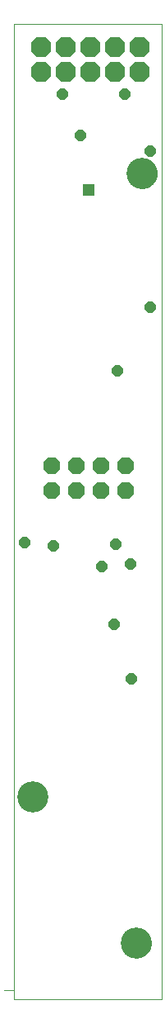
<source format=gts>
G75*
%MOIN*%
%OFA0B0*%
%FSLAX25Y25*%
%IPPOS*%
%LPD*%
%AMOC8*
5,1,8,0,0,1.08239X$1,22.5*
%
%ADD10C,0.00000*%
%ADD11C,0.12611*%
%ADD12OC8,0.08200*%
%ADD13OC8,0.06800*%
%ADD14R,0.04762X0.04762*%
%ADD15OC8,0.04369*%
D10*
X0065737Y0017548D02*
X0069674Y0017548D01*
X0069713Y0013611D02*
X0069713Y0407312D01*
X0129713Y0407312D01*
X0129713Y0013611D01*
X0069713Y0013611D01*
X0071485Y0095501D02*
X0071487Y0095654D01*
X0071493Y0095808D01*
X0071503Y0095961D01*
X0071517Y0096113D01*
X0071535Y0096266D01*
X0071557Y0096417D01*
X0071582Y0096568D01*
X0071612Y0096719D01*
X0071646Y0096869D01*
X0071683Y0097017D01*
X0071724Y0097165D01*
X0071769Y0097311D01*
X0071818Y0097457D01*
X0071871Y0097601D01*
X0071927Y0097743D01*
X0071987Y0097884D01*
X0072051Y0098024D01*
X0072118Y0098162D01*
X0072189Y0098298D01*
X0072264Y0098432D01*
X0072341Y0098564D01*
X0072423Y0098694D01*
X0072507Y0098822D01*
X0072595Y0098948D01*
X0072686Y0099071D01*
X0072780Y0099192D01*
X0072878Y0099310D01*
X0072978Y0099426D01*
X0073082Y0099539D01*
X0073188Y0099650D01*
X0073297Y0099758D01*
X0073409Y0099863D01*
X0073523Y0099964D01*
X0073641Y0100063D01*
X0073760Y0100159D01*
X0073882Y0100252D01*
X0074007Y0100341D01*
X0074134Y0100428D01*
X0074263Y0100510D01*
X0074394Y0100590D01*
X0074527Y0100666D01*
X0074662Y0100739D01*
X0074799Y0100808D01*
X0074938Y0100873D01*
X0075078Y0100935D01*
X0075220Y0100993D01*
X0075363Y0101048D01*
X0075508Y0101099D01*
X0075654Y0101146D01*
X0075801Y0101189D01*
X0075949Y0101228D01*
X0076098Y0101264D01*
X0076248Y0101295D01*
X0076399Y0101323D01*
X0076550Y0101347D01*
X0076703Y0101367D01*
X0076855Y0101383D01*
X0077008Y0101395D01*
X0077161Y0101403D01*
X0077314Y0101407D01*
X0077468Y0101407D01*
X0077621Y0101403D01*
X0077774Y0101395D01*
X0077927Y0101383D01*
X0078079Y0101367D01*
X0078232Y0101347D01*
X0078383Y0101323D01*
X0078534Y0101295D01*
X0078684Y0101264D01*
X0078833Y0101228D01*
X0078981Y0101189D01*
X0079128Y0101146D01*
X0079274Y0101099D01*
X0079419Y0101048D01*
X0079562Y0100993D01*
X0079704Y0100935D01*
X0079844Y0100873D01*
X0079983Y0100808D01*
X0080120Y0100739D01*
X0080255Y0100666D01*
X0080388Y0100590D01*
X0080519Y0100510D01*
X0080648Y0100428D01*
X0080775Y0100341D01*
X0080900Y0100252D01*
X0081022Y0100159D01*
X0081141Y0100063D01*
X0081259Y0099964D01*
X0081373Y0099863D01*
X0081485Y0099758D01*
X0081594Y0099650D01*
X0081700Y0099539D01*
X0081804Y0099426D01*
X0081904Y0099310D01*
X0082002Y0099192D01*
X0082096Y0099071D01*
X0082187Y0098948D01*
X0082275Y0098822D01*
X0082359Y0098694D01*
X0082441Y0098564D01*
X0082518Y0098432D01*
X0082593Y0098298D01*
X0082664Y0098162D01*
X0082731Y0098024D01*
X0082795Y0097884D01*
X0082855Y0097743D01*
X0082911Y0097601D01*
X0082964Y0097457D01*
X0083013Y0097311D01*
X0083058Y0097165D01*
X0083099Y0097017D01*
X0083136Y0096869D01*
X0083170Y0096719D01*
X0083200Y0096568D01*
X0083225Y0096417D01*
X0083247Y0096266D01*
X0083265Y0096113D01*
X0083279Y0095961D01*
X0083289Y0095808D01*
X0083295Y0095654D01*
X0083297Y0095501D01*
X0083295Y0095348D01*
X0083289Y0095194D01*
X0083279Y0095041D01*
X0083265Y0094889D01*
X0083247Y0094736D01*
X0083225Y0094585D01*
X0083200Y0094434D01*
X0083170Y0094283D01*
X0083136Y0094133D01*
X0083099Y0093985D01*
X0083058Y0093837D01*
X0083013Y0093691D01*
X0082964Y0093545D01*
X0082911Y0093401D01*
X0082855Y0093259D01*
X0082795Y0093118D01*
X0082731Y0092978D01*
X0082664Y0092840D01*
X0082593Y0092704D01*
X0082518Y0092570D01*
X0082441Y0092438D01*
X0082359Y0092308D01*
X0082275Y0092180D01*
X0082187Y0092054D01*
X0082096Y0091931D01*
X0082002Y0091810D01*
X0081904Y0091692D01*
X0081804Y0091576D01*
X0081700Y0091463D01*
X0081594Y0091352D01*
X0081485Y0091244D01*
X0081373Y0091139D01*
X0081259Y0091038D01*
X0081141Y0090939D01*
X0081022Y0090843D01*
X0080900Y0090750D01*
X0080775Y0090661D01*
X0080648Y0090574D01*
X0080519Y0090492D01*
X0080388Y0090412D01*
X0080255Y0090336D01*
X0080120Y0090263D01*
X0079983Y0090194D01*
X0079844Y0090129D01*
X0079704Y0090067D01*
X0079562Y0090009D01*
X0079419Y0089954D01*
X0079274Y0089903D01*
X0079128Y0089856D01*
X0078981Y0089813D01*
X0078833Y0089774D01*
X0078684Y0089738D01*
X0078534Y0089707D01*
X0078383Y0089679D01*
X0078232Y0089655D01*
X0078079Y0089635D01*
X0077927Y0089619D01*
X0077774Y0089607D01*
X0077621Y0089599D01*
X0077468Y0089595D01*
X0077314Y0089595D01*
X0077161Y0089599D01*
X0077008Y0089607D01*
X0076855Y0089619D01*
X0076703Y0089635D01*
X0076550Y0089655D01*
X0076399Y0089679D01*
X0076248Y0089707D01*
X0076098Y0089738D01*
X0075949Y0089774D01*
X0075801Y0089813D01*
X0075654Y0089856D01*
X0075508Y0089903D01*
X0075363Y0089954D01*
X0075220Y0090009D01*
X0075078Y0090067D01*
X0074938Y0090129D01*
X0074799Y0090194D01*
X0074662Y0090263D01*
X0074527Y0090336D01*
X0074394Y0090412D01*
X0074263Y0090492D01*
X0074134Y0090574D01*
X0074007Y0090661D01*
X0073882Y0090750D01*
X0073760Y0090843D01*
X0073641Y0090939D01*
X0073523Y0091038D01*
X0073409Y0091139D01*
X0073297Y0091244D01*
X0073188Y0091352D01*
X0073082Y0091463D01*
X0072978Y0091576D01*
X0072878Y0091692D01*
X0072780Y0091810D01*
X0072686Y0091931D01*
X0072595Y0092054D01*
X0072507Y0092180D01*
X0072423Y0092308D01*
X0072341Y0092438D01*
X0072264Y0092570D01*
X0072189Y0092704D01*
X0072118Y0092840D01*
X0072051Y0092978D01*
X0071987Y0093118D01*
X0071927Y0093259D01*
X0071871Y0093401D01*
X0071818Y0093545D01*
X0071769Y0093691D01*
X0071724Y0093837D01*
X0071683Y0093985D01*
X0071646Y0094133D01*
X0071612Y0094283D01*
X0071582Y0094434D01*
X0071557Y0094585D01*
X0071535Y0094736D01*
X0071517Y0094889D01*
X0071503Y0095041D01*
X0071493Y0095194D01*
X0071487Y0095348D01*
X0071485Y0095501D01*
X0113611Y0036446D02*
X0113613Y0036599D01*
X0113619Y0036753D01*
X0113629Y0036906D01*
X0113643Y0037058D01*
X0113661Y0037211D01*
X0113683Y0037362D01*
X0113708Y0037513D01*
X0113738Y0037664D01*
X0113772Y0037814D01*
X0113809Y0037962D01*
X0113850Y0038110D01*
X0113895Y0038256D01*
X0113944Y0038402D01*
X0113997Y0038546D01*
X0114053Y0038688D01*
X0114113Y0038829D01*
X0114177Y0038969D01*
X0114244Y0039107D01*
X0114315Y0039243D01*
X0114390Y0039377D01*
X0114467Y0039509D01*
X0114549Y0039639D01*
X0114633Y0039767D01*
X0114721Y0039893D01*
X0114812Y0040016D01*
X0114906Y0040137D01*
X0115004Y0040255D01*
X0115104Y0040371D01*
X0115208Y0040484D01*
X0115314Y0040595D01*
X0115423Y0040703D01*
X0115535Y0040808D01*
X0115649Y0040909D01*
X0115767Y0041008D01*
X0115886Y0041104D01*
X0116008Y0041197D01*
X0116133Y0041286D01*
X0116260Y0041373D01*
X0116389Y0041455D01*
X0116520Y0041535D01*
X0116653Y0041611D01*
X0116788Y0041684D01*
X0116925Y0041753D01*
X0117064Y0041818D01*
X0117204Y0041880D01*
X0117346Y0041938D01*
X0117489Y0041993D01*
X0117634Y0042044D01*
X0117780Y0042091D01*
X0117927Y0042134D01*
X0118075Y0042173D01*
X0118224Y0042209D01*
X0118374Y0042240D01*
X0118525Y0042268D01*
X0118676Y0042292D01*
X0118829Y0042312D01*
X0118981Y0042328D01*
X0119134Y0042340D01*
X0119287Y0042348D01*
X0119440Y0042352D01*
X0119594Y0042352D01*
X0119747Y0042348D01*
X0119900Y0042340D01*
X0120053Y0042328D01*
X0120205Y0042312D01*
X0120358Y0042292D01*
X0120509Y0042268D01*
X0120660Y0042240D01*
X0120810Y0042209D01*
X0120959Y0042173D01*
X0121107Y0042134D01*
X0121254Y0042091D01*
X0121400Y0042044D01*
X0121545Y0041993D01*
X0121688Y0041938D01*
X0121830Y0041880D01*
X0121970Y0041818D01*
X0122109Y0041753D01*
X0122246Y0041684D01*
X0122381Y0041611D01*
X0122514Y0041535D01*
X0122645Y0041455D01*
X0122774Y0041373D01*
X0122901Y0041286D01*
X0123026Y0041197D01*
X0123148Y0041104D01*
X0123267Y0041008D01*
X0123385Y0040909D01*
X0123499Y0040808D01*
X0123611Y0040703D01*
X0123720Y0040595D01*
X0123826Y0040484D01*
X0123930Y0040371D01*
X0124030Y0040255D01*
X0124128Y0040137D01*
X0124222Y0040016D01*
X0124313Y0039893D01*
X0124401Y0039767D01*
X0124485Y0039639D01*
X0124567Y0039509D01*
X0124644Y0039377D01*
X0124719Y0039243D01*
X0124790Y0039107D01*
X0124857Y0038969D01*
X0124921Y0038829D01*
X0124981Y0038688D01*
X0125037Y0038546D01*
X0125090Y0038402D01*
X0125139Y0038256D01*
X0125184Y0038110D01*
X0125225Y0037962D01*
X0125262Y0037814D01*
X0125296Y0037664D01*
X0125326Y0037513D01*
X0125351Y0037362D01*
X0125373Y0037211D01*
X0125391Y0037058D01*
X0125405Y0036906D01*
X0125415Y0036753D01*
X0125421Y0036599D01*
X0125423Y0036446D01*
X0125421Y0036293D01*
X0125415Y0036139D01*
X0125405Y0035986D01*
X0125391Y0035834D01*
X0125373Y0035681D01*
X0125351Y0035530D01*
X0125326Y0035379D01*
X0125296Y0035228D01*
X0125262Y0035078D01*
X0125225Y0034930D01*
X0125184Y0034782D01*
X0125139Y0034636D01*
X0125090Y0034490D01*
X0125037Y0034346D01*
X0124981Y0034204D01*
X0124921Y0034063D01*
X0124857Y0033923D01*
X0124790Y0033785D01*
X0124719Y0033649D01*
X0124644Y0033515D01*
X0124567Y0033383D01*
X0124485Y0033253D01*
X0124401Y0033125D01*
X0124313Y0032999D01*
X0124222Y0032876D01*
X0124128Y0032755D01*
X0124030Y0032637D01*
X0123930Y0032521D01*
X0123826Y0032408D01*
X0123720Y0032297D01*
X0123611Y0032189D01*
X0123499Y0032084D01*
X0123385Y0031983D01*
X0123267Y0031884D01*
X0123148Y0031788D01*
X0123026Y0031695D01*
X0122901Y0031606D01*
X0122774Y0031519D01*
X0122645Y0031437D01*
X0122514Y0031357D01*
X0122381Y0031281D01*
X0122246Y0031208D01*
X0122109Y0031139D01*
X0121970Y0031074D01*
X0121830Y0031012D01*
X0121688Y0030954D01*
X0121545Y0030899D01*
X0121400Y0030848D01*
X0121254Y0030801D01*
X0121107Y0030758D01*
X0120959Y0030719D01*
X0120810Y0030683D01*
X0120660Y0030652D01*
X0120509Y0030624D01*
X0120358Y0030600D01*
X0120205Y0030580D01*
X0120053Y0030564D01*
X0119900Y0030552D01*
X0119747Y0030544D01*
X0119594Y0030540D01*
X0119440Y0030540D01*
X0119287Y0030544D01*
X0119134Y0030552D01*
X0118981Y0030564D01*
X0118829Y0030580D01*
X0118676Y0030600D01*
X0118525Y0030624D01*
X0118374Y0030652D01*
X0118224Y0030683D01*
X0118075Y0030719D01*
X0117927Y0030758D01*
X0117780Y0030801D01*
X0117634Y0030848D01*
X0117489Y0030899D01*
X0117346Y0030954D01*
X0117204Y0031012D01*
X0117064Y0031074D01*
X0116925Y0031139D01*
X0116788Y0031208D01*
X0116653Y0031281D01*
X0116520Y0031357D01*
X0116389Y0031437D01*
X0116260Y0031519D01*
X0116133Y0031606D01*
X0116008Y0031695D01*
X0115886Y0031788D01*
X0115767Y0031884D01*
X0115649Y0031983D01*
X0115535Y0032084D01*
X0115423Y0032189D01*
X0115314Y0032297D01*
X0115208Y0032408D01*
X0115104Y0032521D01*
X0115004Y0032637D01*
X0114906Y0032755D01*
X0114812Y0032876D01*
X0114721Y0032999D01*
X0114633Y0033125D01*
X0114549Y0033253D01*
X0114467Y0033383D01*
X0114390Y0033515D01*
X0114315Y0033649D01*
X0114244Y0033785D01*
X0114177Y0033923D01*
X0114113Y0034063D01*
X0114053Y0034204D01*
X0113997Y0034346D01*
X0113944Y0034490D01*
X0113895Y0034636D01*
X0113850Y0034782D01*
X0113809Y0034930D01*
X0113772Y0035078D01*
X0113738Y0035228D01*
X0113708Y0035379D01*
X0113683Y0035530D01*
X0113661Y0035681D01*
X0113643Y0035834D01*
X0113629Y0035986D01*
X0113619Y0036139D01*
X0113613Y0036293D01*
X0113611Y0036446D01*
X0115973Y0347076D02*
X0115975Y0347229D01*
X0115981Y0347383D01*
X0115991Y0347536D01*
X0116005Y0347688D01*
X0116023Y0347841D01*
X0116045Y0347992D01*
X0116070Y0348143D01*
X0116100Y0348294D01*
X0116134Y0348444D01*
X0116171Y0348592D01*
X0116212Y0348740D01*
X0116257Y0348886D01*
X0116306Y0349032D01*
X0116359Y0349176D01*
X0116415Y0349318D01*
X0116475Y0349459D01*
X0116539Y0349599D01*
X0116606Y0349737D01*
X0116677Y0349873D01*
X0116752Y0350007D01*
X0116829Y0350139D01*
X0116911Y0350269D01*
X0116995Y0350397D01*
X0117083Y0350523D01*
X0117174Y0350646D01*
X0117268Y0350767D01*
X0117366Y0350885D01*
X0117466Y0351001D01*
X0117570Y0351114D01*
X0117676Y0351225D01*
X0117785Y0351333D01*
X0117897Y0351438D01*
X0118011Y0351539D01*
X0118129Y0351638D01*
X0118248Y0351734D01*
X0118370Y0351827D01*
X0118495Y0351916D01*
X0118622Y0352003D01*
X0118751Y0352085D01*
X0118882Y0352165D01*
X0119015Y0352241D01*
X0119150Y0352314D01*
X0119287Y0352383D01*
X0119426Y0352448D01*
X0119566Y0352510D01*
X0119708Y0352568D01*
X0119851Y0352623D01*
X0119996Y0352674D01*
X0120142Y0352721D01*
X0120289Y0352764D01*
X0120437Y0352803D01*
X0120586Y0352839D01*
X0120736Y0352870D01*
X0120887Y0352898D01*
X0121038Y0352922D01*
X0121191Y0352942D01*
X0121343Y0352958D01*
X0121496Y0352970D01*
X0121649Y0352978D01*
X0121802Y0352982D01*
X0121956Y0352982D01*
X0122109Y0352978D01*
X0122262Y0352970D01*
X0122415Y0352958D01*
X0122567Y0352942D01*
X0122720Y0352922D01*
X0122871Y0352898D01*
X0123022Y0352870D01*
X0123172Y0352839D01*
X0123321Y0352803D01*
X0123469Y0352764D01*
X0123616Y0352721D01*
X0123762Y0352674D01*
X0123907Y0352623D01*
X0124050Y0352568D01*
X0124192Y0352510D01*
X0124332Y0352448D01*
X0124471Y0352383D01*
X0124608Y0352314D01*
X0124743Y0352241D01*
X0124876Y0352165D01*
X0125007Y0352085D01*
X0125136Y0352003D01*
X0125263Y0351916D01*
X0125388Y0351827D01*
X0125510Y0351734D01*
X0125629Y0351638D01*
X0125747Y0351539D01*
X0125861Y0351438D01*
X0125973Y0351333D01*
X0126082Y0351225D01*
X0126188Y0351114D01*
X0126292Y0351001D01*
X0126392Y0350885D01*
X0126490Y0350767D01*
X0126584Y0350646D01*
X0126675Y0350523D01*
X0126763Y0350397D01*
X0126847Y0350269D01*
X0126929Y0350139D01*
X0127006Y0350007D01*
X0127081Y0349873D01*
X0127152Y0349737D01*
X0127219Y0349599D01*
X0127283Y0349459D01*
X0127343Y0349318D01*
X0127399Y0349176D01*
X0127452Y0349032D01*
X0127501Y0348886D01*
X0127546Y0348740D01*
X0127587Y0348592D01*
X0127624Y0348444D01*
X0127658Y0348294D01*
X0127688Y0348143D01*
X0127713Y0347992D01*
X0127735Y0347841D01*
X0127753Y0347688D01*
X0127767Y0347536D01*
X0127777Y0347383D01*
X0127783Y0347229D01*
X0127785Y0347076D01*
X0127783Y0346923D01*
X0127777Y0346769D01*
X0127767Y0346616D01*
X0127753Y0346464D01*
X0127735Y0346311D01*
X0127713Y0346160D01*
X0127688Y0346009D01*
X0127658Y0345858D01*
X0127624Y0345708D01*
X0127587Y0345560D01*
X0127546Y0345412D01*
X0127501Y0345266D01*
X0127452Y0345120D01*
X0127399Y0344976D01*
X0127343Y0344834D01*
X0127283Y0344693D01*
X0127219Y0344553D01*
X0127152Y0344415D01*
X0127081Y0344279D01*
X0127006Y0344145D01*
X0126929Y0344013D01*
X0126847Y0343883D01*
X0126763Y0343755D01*
X0126675Y0343629D01*
X0126584Y0343506D01*
X0126490Y0343385D01*
X0126392Y0343267D01*
X0126292Y0343151D01*
X0126188Y0343038D01*
X0126082Y0342927D01*
X0125973Y0342819D01*
X0125861Y0342714D01*
X0125747Y0342613D01*
X0125629Y0342514D01*
X0125510Y0342418D01*
X0125388Y0342325D01*
X0125263Y0342236D01*
X0125136Y0342149D01*
X0125007Y0342067D01*
X0124876Y0341987D01*
X0124743Y0341911D01*
X0124608Y0341838D01*
X0124471Y0341769D01*
X0124332Y0341704D01*
X0124192Y0341642D01*
X0124050Y0341584D01*
X0123907Y0341529D01*
X0123762Y0341478D01*
X0123616Y0341431D01*
X0123469Y0341388D01*
X0123321Y0341349D01*
X0123172Y0341313D01*
X0123022Y0341282D01*
X0122871Y0341254D01*
X0122720Y0341230D01*
X0122567Y0341210D01*
X0122415Y0341194D01*
X0122262Y0341182D01*
X0122109Y0341174D01*
X0121956Y0341170D01*
X0121802Y0341170D01*
X0121649Y0341174D01*
X0121496Y0341182D01*
X0121343Y0341194D01*
X0121191Y0341210D01*
X0121038Y0341230D01*
X0120887Y0341254D01*
X0120736Y0341282D01*
X0120586Y0341313D01*
X0120437Y0341349D01*
X0120289Y0341388D01*
X0120142Y0341431D01*
X0119996Y0341478D01*
X0119851Y0341529D01*
X0119708Y0341584D01*
X0119566Y0341642D01*
X0119426Y0341704D01*
X0119287Y0341769D01*
X0119150Y0341838D01*
X0119015Y0341911D01*
X0118882Y0341987D01*
X0118751Y0342067D01*
X0118622Y0342149D01*
X0118495Y0342236D01*
X0118370Y0342325D01*
X0118248Y0342418D01*
X0118129Y0342514D01*
X0118011Y0342613D01*
X0117897Y0342714D01*
X0117785Y0342819D01*
X0117676Y0342927D01*
X0117570Y0343038D01*
X0117466Y0343151D01*
X0117366Y0343267D01*
X0117268Y0343385D01*
X0117174Y0343506D01*
X0117083Y0343629D01*
X0116995Y0343755D01*
X0116911Y0343883D01*
X0116829Y0344013D01*
X0116752Y0344145D01*
X0116677Y0344279D01*
X0116606Y0344415D01*
X0116539Y0344553D01*
X0116475Y0344693D01*
X0116415Y0344834D01*
X0116359Y0344976D01*
X0116306Y0345120D01*
X0116257Y0345266D01*
X0116212Y0345412D01*
X0116171Y0345560D01*
X0116134Y0345708D01*
X0116100Y0345858D01*
X0116070Y0346009D01*
X0116045Y0346160D01*
X0116023Y0346311D01*
X0116005Y0346464D01*
X0115991Y0346616D01*
X0115981Y0346769D01*
X0115975Y0346923D01*
X0115973Y0347076D01*
D11*
X0121879Y0347076D03*
X0077391Y0095501D03*
X0119517Y0036446D03*
D12*
X0120658Y0387981D03*
X0120658Y0397981D03*
X0110658Y0397981D03*
X0110658Y0387981D03*
X0100658Y0387981D03*
X0100658Y0397981D03*
X0090658Y0397981D03*
X0090658Y0387981D03*
X0080658Y0387981D03*
X0080658Y0397981D03*
D13*
X0085225Y0229241D03*
X0085225Y0219241D03*
X0095225Y0219241D03*
X0095225Y0229241D03*
X0105225Y0229241D03*
X0105225Y0219241D03*
X0115225Y0219241D03*
X0115225Y0229241D03*
D14*
X0100225Y0340383D03*
D15*
X0096682Y0362430D03*
X0089595Y0378965D03*
X0114792Y0378965D03*
X0125028Y0356131D03*
X0125028Y0293139D03*
X0111643Y0267548D03*
X0111249Y0197469D03*
X0117154Y0189595D03*
X0110461Y0165186D03*
X0117548Y0143139D03*
X0105343Y0188414D03*
X0085658Y0196682D03*
X0074241Y0198257D03*
M02*

</source>
